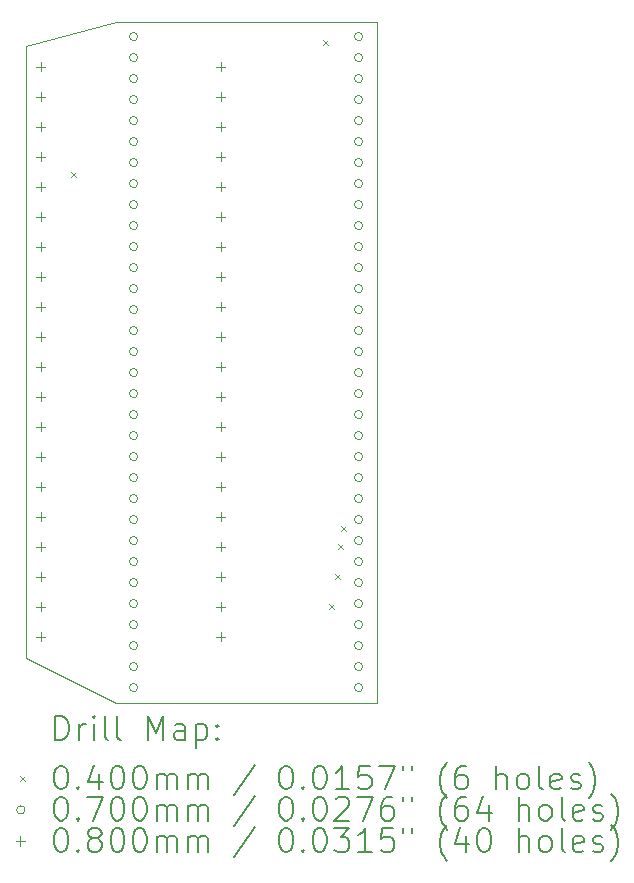
<source format=gbr>
%FSLAX45Y45*%
G04 Gerber Fmt 4.5, Leading zero omitted, Abs format (unit mm)*
G04 Created by KiCad (PCBNEW (6.0.0)) date 2023-01-29 20:40:08*
%MOMM*%
%LPD*%
G01*
G04 APERTURE LIST*
%TA.AperFunction,Profile*%
%ADD10C,0.100000*%
%TD*%
%ADD11C,0.200000*%
%ADD12C,0.040000*%
%ADD13C,0.070000*%
%ADD14C,0.080000*%
G04 APERTURE END LIST*
D10*
X12192000Y-4902200D02*
X14401800Y-4902200D01*
X11430000Y-10287000D02*
X11430000Y-5105400D01*
X14401800Y-10668000D02*
X12192000Y-10668000D01*
X11430000Y-5105400D02*
X12192000Y-4902200D01*
X12192000Y-10668000D02*
X11430000Y-10287000D01*
X14401800Y-4902200D02*
X14401800Y-10668000D01*
D11*
D12*
X11816400Y-6177600D02*
X11856400Y-6217600D01*
X11856400Y-6177600D02*
X11816400Y-6217600D01*
X13950000Y-5060000D02*
X13990000Y-5100000D01*
X13990000Y-5060000D02*
X13950000Y-5100000D01*
X14000800Y-9835200D02*
X14040800Y-9875200D01*
X14040800Y-9835200D02*
X14000800Y-9875200D01*
X14051600Y-9581200D02*
X14091600Y-9621200D01*
X14091600Y-9581200D02*
X14051600Y-9621200D01*
X14077000Y-9327200D02*
X14117000Y-9367200D01*
X14117000Y-9327200D02*
X14077000Y-9367200D01*
X14102400Y-9174800D02*
X14142400Y-9214800D01*
X14142400Y-9174800D02*
X14102400Y-9214800D01*
D13*
X12379400Y-5029200D02*
G75*
G03*
X12379400Y-5029200I-35000J0D01*
G01*
X12379400Y-5207000D02*
G75*
G03*
X12379400Y-5207000I-35000J0D01*
G01*
X12379400Y-5384800D02*
G75*
G03*
X12379400Y-5384800I-35000J0D01*
G01*
X12379400Y-5562600D02*
G75*
G03*
X12379400Y-5562600I-35000J0D01*
G01*
X12379400Y-5740400D02*
G75*
G03*
X12379400Y-5740400I-35000J0D01*
G01*
X12379400Y-5918200D02*
G75*
G03*
X12379400Y-5918200I-35000J0D01*
G01*
X12379400Y-6096000D02*
G75*
G03*
X12379400Y-6096000I-35000J0D01*
G01*
X12379400Y-6273800D02*
G75*
G03*
X12379400Y-6273800I-35000J0D01*
G01*
X12379400Y-6451600D02*
G75*
G03*
X12379400Y-6451600I-35000J0D01*
G01*
X12379400Y-6629400D02*
G75*
G03*
X12379400Y-6629400I-35000J0D01*
G01*
X12379400Y-6807200D02*
G75*
G03*
X12379400Y-6807200I-35000J0D01*
G01*
X12379400Y-6985000D02*
G75*
G03*
X12379400Y-6985000I-35000J0D01*
G01*
X12379400Y-7162800D02*
G75*
G03*
X12379400Y-7162800I-35000J0D01*
G01*
X12379400Y-7340600D02*
G75*
G03*
X12379400Y-7340600I-35000J0D01*
G01*
X12379400Y-7518400D02*
G75*
G03*
X12379400Y-7518400I-35000J0D01*
G01*
X12379400Y-7696200D02*
G75*
G03*
X12379400Y-7696200I-35000J0D01*
G01*
X12379400Y-7874000D02*
G75*
G03*
X12379400Y-7874000I-35000J0D01*
G01*
X12379400Y-8051800D02*
G75*
G03*
X12379400Y-8051800I-35000J0D01*
G01*
X12379400Y-8229600D02*
G75*
G03*
X12379400Y-8229600I-35000J0D01*
G01*
X12379400Y-8407400D02*
G75*
G03*
X12379400Y-8407400I-35000J0D01*
G01*
X12379400Y-8585200D02*
G75*
G03*
X12379400Y-8585200I-35000J0D01*
G01*
X12379400Y-8763000D02*
G75*
G03*
X12379400Y-8763000I-35000J0D01*
G01*
X12379400Y-8940800D02*
G75*
G03*
X12379400Y-8940800I-35000J0D01*
G01*
X12379400Y-9118600D02*
G75*
G03*
X12379400Y-9118600I-35000J0D01*
G01*
X12379400Y-9296400D02*
G75*
G03*
X12379400Y-9296400I-35000J0D01*
G01*
X12379400Y-9474200D02*
G75*
G03*
X12379400Y-9474200I-35000J0D01*
G01*
X12379400Y-9652000D02*
G75*
G03*
X12379400Y-9652000I-35000J0D01*
G01*
X12379400Y-9829800D02*
G75*
G03*
X12379400Y-9829800I-35000J0D01*
G01*
X12379400Y-10007600D02*
G75*
G03*
X12379400Y-10007600I-35000J0D01*
G01*
X12379400Y-10185400D02*
G75*
G03*
X12379400Y-10185400I-35000J0D01*
G01*
X12379400Y-10363200D02*
G75*
G03*
X12379400Y-10363200I-35000J0D01*
G01*
X12379400Y-10541000D02*
G75*
G03*
X12379400Y-10541000I-35000J0D01*
G01*
X14284400Y-5029200D02*
G75*
G03*
X14284400Y-5029200I-35000J0D01*
G01*
X14284400Y-5207000D02*
G75*
G03*
X14284400Y-5207000I-35000J0D01*
G01*
X14284400Y-5384800D02*
G75*
G03*
X14284400Y-5384800I-35000J0D01*
G01*
X14284400Y-5562600D02*
G75*
G03*
X14284400Y-5562600I-35000J0D01*
G01*
X14284400Y-5740400D02*
G75*
G03*
X14284400Y-5740400I-35000J0D01*
G01*
X14284400Y-5918200D02*
G75*
G03*
X14284400Y-5918200I-35000J0D01*
G01*
X14284400Y-6096000D02*
G75*
G03*
X14284400Y-6096000I-35000J0D01*
G01*
X14284400Y-6273800D02*
G75*
G03*
X14284400Y-6273800I-35000J0D01*
G01*
X14284400Y-6451600D02*
G75*
G03*
X14284400Y-6451600I-35000J0D01*
G01*
X14284400Y-6629400D02*
G75*
G03*
X14284400Y-6629400I-35000J0D01*
G01*
X14284400Y-6807200D02*
G75*
G03*
X14284400Y-6807200I-35000J0D01*
G01*
X14284400Y-6985000D02*
G75*
G03*
X14284400Y-6985000I-35000J0D01*
G01*
X14284400Y-7162800D02*
G75*
G03*
X14284400Y-7162800I-35000J0D01*
G01*
X14284400Y-7340600D02*
G75*
G03*
X14284400Y-7340600I-35000J0D01*
G01*
X14284400Y-7518400D02*
G75*
G03*
X14284400Y-7518400I-35000J0D01*
G01*
X14284400Y-7696200D02*
G75*
G03*
X14284400Y-7696200I-35000J0D01*
G01*
X14284400Y-7874000D02*
G75*
G03*
X14284400Y-7874000I-35000J0D01*
G01*
X14284400Y-8051800D02*
G75*
G03*
X14284400Y-8051800I-35000J0D01*
G01*
X14284400Y-8229600D02*
G75*
G03*
X14284400Y-8229600I-35000J0D01*
G01*
X14284400Y-8407400D02*
G75*
G03*
X14284400Y-8407400I-35000J0D01*
G01*
X14284400Y-8585200D02*
G75*
G03*
X14284400Y-8585200I-35000J0D01*
G01*
X14284400Y-8763000D02*
G75*
G03*
X14284400Y-8763000I-35000J0D01*
G01*
X14284400Y-8940800D02*
G75*
G03*
X14284400Y-8940800I-35000J0D01*
G01*
X14284400Y-9118600D02*
G75*
G03*
X14284400Y-9118600I-35000J0D01*
G01*
X14284400Y-9296400D02*
G75*
G03*
X14284400Y-9296400I-35000J0D01*
G01*
X14284400Y-9474200D02*
G75*
G03*
X14284400Y-9474200I-35000J0D01*
G01*
X14284400Y-9652000D02*
G75*
G03*
X14284400Y-9652000I-35000J0D01*
G01*
X14284400Y-9829800D02*
G75*
G03*
X14284400Y-9829800I-35000J0D01*
G01*
X14284400Y-10007600D02*
G75*
G03*
X14284400Y-10007600I-35000J0D01*
G01*
X14284400Y-10185400D02*
G75*
G03*
X14284400Y-10185400I-35000J0D01*
G01*
X14284400Y-10363200D02*
G75*
G03*
X14284400Y-10363200I-35000J0D01*
G01*
X14284400Y-10541000D02*
G75*
G03*
X14284400Y-10541000I-35000J0D01*
G01*
D14*
X11556500Y-5243700D02*
X11556500Y-5323700D01*
X11516500Y-5283700D02*
X11596500Y-5283700D01*
X11556500Y-5497700D02*
X11556500Y-5577700D01*
X11516500Y-5537700D02*
X11596500Y-5537700D01*
X11556500Y-5751700D02*
X11556500Y-5831700D01*
X11516500Y-5791700D02*
X11596500Y-5791700D01*
X11556500Y-6005700D02*
X11556500Y-6085700D01*
X11516500Y-6045700D02*
X11596500Y-6045700D01*
X11556500Y-6259700D02*
X11556500Y-6339700D01*
X11516500Y-6299700D02*
X11596500Y-6299700D01*
X11556500Y-6513700D02*
X11556500Y-6593700D01*
X11516500Y-6553700D02*
X11596500Y-6553700D01*
X11556500Y-6767700D02*
X11556500Y-6847700D01*
X11516500Y-6807700D02*
X11596500Y-6807700D01*
X11556500Y-7021700D02*
X11556500Y-7101700D01*
X11516500Y-7061700D02*
X11596500Y-7061700D01*
X11556500Y-7275700D02*
X11556500Y-7355700D01*
X11516500Y-7315700D02*
X11596500Y-7315700D01*
X11556500Y-7529700D02*
X11556500Y-7609700D01*
X11516500Y-7569700D02*
X11596500Y-7569700D01*
X11556500Y-7783700D02*
X11556500Y-7863700D01*
X11516500Y-7823700D02*
X11596500Y-7823700D01*
X11556500Y-8037700D02*
X11556500Y-8117700D01*
X11516500Y-8077700D02*
X11596500Y-8077700D01*
X11556500Y-8291700D02*
X11556500Y-8371700D01*
X11516500Y-8331700D02*
X11596500Y-8331700D01*
X11556500Y-8545700D02*
X11556500Y-8625700D01*
X11516500Y-8585700D02*
X11596500Y-8585700D01*
X11556500Y-8799700D02*
X11556500Y-8879700D01*
X11516500Y-8839700D02*
X11596500Y-8839700D01*
X11556500Y-9053700D02*
X11556500Y-9133700D01*
X11516500Y-9093700D02*
X11596500Y-9093700D01*
X11556500Y-9307700D02*
X11556500Y-9387700D01*
X11516500Y-9347700D02*
X11596500Y-9347700D01*
X11556500Y-9561700D02*
X11556500Y-9641700D01*
X11516500Y-9601700D02*
X11596500Y-9601700D01*
X11556500Y-9815700D02*
X11556500Y-9895700D01*
X11516500Y-9855700D02*
X11596500Y-9855700D01*
X11556500Y-10069700D02*
X11556500Y-10149700D01*
X11516500Y-10109700D02*
X11596500Y-10109700D01*
X13080500Y-5243700D02*
X13080500Y-5323700D01*
X13040500Y-5283700D02*
X13120500Y-5283700D01*
X13080500Y-5497700D02*
X13080500Y-5577700D01*
X13040500Y-5537700D02*
X13120500Y-5537700D01*
X13080500Y-5751700D02*
X13080500Y-5831700D01*
X13040500Y-5791700D02*
X13120500Y-5791700D01*
X13080500Y-6005700D02*
X13080500Y-6085700D01*
X13040500Y-6045700D02*
X13120500Y-6045700D01*
X13080500Y-6259700D02*
X13080500Y-6339700D01*
X13040500Y-6299700D02*
X13120500Y-6299700D01*
X13080500Y-6513700D02*
X13080500Y-6593700D01*
X13040500Y-6553700D02*
X13120500Y-6553700D01*
X13080500Y-6767700D02*
X13080500Y-6847700D01*
X13040500Y-6807700D02*
X13120500Y-6807700D01*
X13080500Y-7021700D02*
X13080500Y-7101700D01*
X13040500Y-7061700D02*
X13120500Y-7061700D01*
X13080500Y-7275700D02*
X13080500Y-7355700D01*
X13040500Y-7315700D02*
X13120500Y-7315700D01*
X13080500Y-7529700D02*
X13080500Y-7609700D01*
X13040500Y-7569700D02*
X13120500Y-7569700D01*
X13080500Y-7783700D02*
X13080500Y-7863700D01*
X13040500Y-7823700D02*
X13120500Y-7823700D01*
X13080500Y-8037700D02*
X13080500Y-8117700D01*
X13040500Y-8077700D02*
X13120500Y-8077700D01*
X13080500Y-8291700D02*
X13080500Y-8371700D01*
X13040500Y-8331700D02*
X13120500Y-8331700D01*
X13080500Y-8545700D02*
X13080500Y-8625700D01*
X13040500Y-8585700D02*
X13120500Y-8585700D01*
X13080500Y-8799700D02*
X13080500Y-8879700D01*
X13040500Y-8839700D02*
X13120500Y-8839700D01*
X13080500Y-9053700D02*
X13080500Y-9133700D01*
X13040500Y-9093700D02*
X13120500Y-9093700D01*
X13080500Y-9307700D02*
X13080500Y-9387700D01*
X13040500Y-9347700D02*
X13120500Y-9347700D01*
X13080500Y-9561700D02*
X13080500Y-9641700D01*
X13040500Y-9601700D02*
X13120500Y-9601700D01*
X13080500Y-9815700D02*
X13080500Y-9895700D01*
X13040500Y-9855700D02*
X13120500Y-9855700D01*
X13080500Y-10069700D02*
X13080500Y-10149700D01*
X13040500Y-10109700D02*
X13120500Y-10109700D01*
D11*
X11682619Y-10983476D02*
X11682619Y-10783476D01*
X11730238Y-10783476D01*
X11758809Y-10793000D01*
X11777857Y-10812048D01*
X11787381Y-10831095D01*
X11796905Y-10869190D01*
X11796905Y-10897762D01*
X11787381Y-10935857D01*
X11777857Y-10954905D01*
X11758809Y-10973952D01*
X11730238Y-10983476D01*
X11682619Y-10983476D01*
X11882619Y-10983476D02*
X11882619Y-10850143D01*
X11882619Y-10888238D02*
X11892143Y-10869190D01*
X11901667Y-10859667D01*
X11920714Y-10850143D01*
X11939762Y-10850143D01*
X12006428Y-10983476D02*
X12006428Y-10850143D01*
X12006428Y-10783476D02*
X11996905Y-10793000D01*
X12006428Y-10802524D01*
X12015952Y-10793000D01*
X12006428Y-10783476D01*
X12006428Y-10802524D01*
X12130238Y-10983476D02*
X12111190Y-10973952D01*
X12101667Y-10954905D01*
X12101667Y-10783476D01*
X12235000Y-10983476D02*
X12215952Y-10973952D01*
X12206428Y-10954905D01*
X12206428Y-10783476D01*
X12463571Y-10983476D02*
X12463571Y-10783476D01*
X12530238Y-10926333D01*
X12596905Y-10783476D01*
X12596905Y-10983476D01*
X12777857Y-10983476D02*
X12777857Y-10878714D01*
X12768333Y-10859667D01*
X12749286Y-10850143D01*
X12711190Y-10850143D01*
X12692143Y-10859667D01*
X12777857Y-10973952D02*
X12758809Y-10983476D01*
X12711190Y-10983476D01*
X12692143Y-10973952D01*
X12682619Y-10954905D01*
X12682619Y-10935857D01*
X12692143Y-10916810D01*
X12711190Y-10907286D01*
X12758809Y-10907286D01*
X12777857Y-10897762D01*
X12873095Y-10850143D02*
X12873095Y-11050143D01*
X12873095Y-10859667D02*
X12892143Y-10850143D01*
X12930238Y-10850143D01*
X12949286Y-10859667D01*
X12958809Y-10869190D01*
X12968333Y-10888238D01*
X12968333Y-10945381D01*
X12958809Y-10964429D01*
X12949286Y-10973952D01*
X12930238Y-10983476D01*
X12892143Y-10983476D01*
X12873095Y-10973952D01*
X13054048Y-10964429D02*
X13063571Y-10973952D01*
X13054048Y-10983476D01*
X13044524Y-10973952D01*
X13054048Y-10964429D01*
X13054048Y-10983476D01*
X13054048Y-10859667D02*
X13063571Y-10869190D01*
X13054048Y-10878714D01*
X13044524Y-10869190D01*
X13054048Y-10859667D01*
X13054048Y-10878714D01*
D12*
X11385000Y-11293000D02*
X11425000Y-11333000D01*
X11425000Y-11293000D02*
X11385000Y-11333000D01*
D11*
X11720714Y-11203476D02*
X11739762Y-11203476D01*
X11758809Y-11213000D01*
X11768333Y-11222524D01*
X11777857Y-11241571D01*
X11787381Y-11279667D01*
X11787381Y-11327286D01*
X11777857Y-11365381D01*
X11768333Y-11384428D01*
X11758809Y-11393952D01*
X11739762Y-11403476D01*
X11720714Y-11403476D01*
X11701667Y-11393952D01*
X11692143Y-11384428D01*
X11682619Y-11365381D01*
X11673095Y-11327286D01*
X11673095Y-11279667D01*
X11682619Y-11241571D01*
X11692143Y-11222524D01*
X11701667Y-11213000D01*
X11720714Y-11203476D01*
X11873095Y-11384428D02*
X11882619Y-11393952D01*
X11873095Y-11403476D01*
X11863571Y-11393952D01*
X11873095Y-11384428D01*
X11873095Y-11403476D01*
X12054048Y-11270143D02*
X12054048Y-11403476D01*
X12006428Y-11193952D02*
X11958809Y-11336809D01*
X12082619Y-11336809D01*
X12196905Y-11203476D02*
X12215952Y-11203476D01*
X12235000Y-11213000D01*
X12244524Y-11222524D01*
X12254048Y-11241571D01*
X12263571Y-11279667D01*
X12263571Y-11327286D01*
X12254048Y-11365381D01*
X12244524Y-11384428D01*
X12235000Y-11393952D01*
X12215952Y-11403476D01*
X12196905Y-11403476D01*
X12177857Y-11393952D01*
X12168333Y-11384428D01*
X12158809Y-11365381D01*
X12149286Y-11327286D01*
X12149286Y-11279667D01*
X12158809Y-11241571D01*
X12168333Y-11222524D01*
X12177857Y-11213000D01*
X12196905Y-11203476D01*
X12387381Y-11203476D02*
X12406428Y-11203476D01*
X12425476Y-11213000D01*
X12435000Y-11222524D01*
X12444524Y-11241571D01*
X12454048Y-11279667D01*
X12454048Y-11327286D01*
X12444524Y-11365381D01*
X12435000Y-11384428D01*
X12425476Y-11393952D01*
X12406428Y-11403476D01*
X12387381Y-11403476D01*
X12368333Y-11393952D01*
X12358809Y-11384428D01*
X12349286Y-11365381D01*
X12339762Y-11327286D01*
X12339762Y-11279667D01*
X12349286Y-11241571D01*
X12358809Y-11222524D01*
X12368333Y-11213000D01*
X12387381Y-11203476D01*
X12539762Y-11403476D02*
X12539762Y-11270143D01*
X12539762Y-11289190D02*
X12549286Y-11279667D01*
X12568333Y-11270143D01*
X12596905Y-11270143D01*
X12615952Y-11279667D01*
X12625476Y-11298714D01*
X12625476Y-11403476D01*
X12625476Y-11298714D02*
X12635000Y-11279667D01*
X12654048Y-11270143D01*
X12682619Y-11270143D01*
X12701667Y-11279667D01*
X12711190Y-11298714D01*
X12711190Y-11403476D01*
X12806428Y-11403476D02*
X12806428Y-11270143D01*
X12806428Y-11289190D02*
X12815952Y-11279667D01*
X12835000Y-11270143D01*
X12863571Y-11270143D01*
X12882619Y-11279667D01*
X12892143Y-11298714D01*
X12892143Y-11403476D01*
X12892143Y-11298714D02*
X12901667Y-11279667D01*
X12920714Y-11270143D01*
X12949286Y-11270143D01*
X12968333Y-11279667D01*
X12977857Y-11298714D01*
X12977857Y-11403476D01*
X13368333Y-11193952D02*
X13196905Y-11451095D01*
X13625476Y-11203476D02*
X13644524Y-11203476D01*
X13663571Y-11213000D01*
X13673095Y-11222524D01*
X13682619Y-11241571D01*
X13692143Y-11279667D01*
X13692143Y-11327286D01*
X13682619Y-11365381D01*
X13673095Y-11384428D01*
X13663571Y-11393952D01*
X13644524Y-11403476D01*
X13625476Y-11403476D01*
X13606428Y-11393952D01*
X13596905Y-11384428D01*
X13587381Y-11365381D01*
X13577857Y-11327286D01*
X13577857Y-11279667D01*
X13587381Y-11241571D01*
X13596905Y-11222524D01*
X13606428Y-11213000D01*
X13625476Y-11203476D01*
X13777857Y-11384428D02*
X13787381Y-11393952D01*
X13777857Y-11403476D01*
X13768333Y-11393952D01*
X13777857Y-11384428D01*
X13777857Y-11403476D01*
X13911190Y-11203476D02*
X13930238Y-11203476D01*
X13949286Y-11213000D01*
X13958809Y-11222524D01*
X13968333Y-11241571D01*
X13977857Y-11279667D01*
X13977857Y-11327286D01*
X13968333Y-11365381D01*
X13958809Y-11384428D01*
X13949286Y-11393952D01*
X13930238Y-11403476D01*
X13911190Y-11403476D01*
X13892143Y-11393952D01*
X13882619Y-11384428D01*
X13873095Y-11365381D01*
X13863571Y-11327286D01*
X13863571Y-11279667D01*
X13873095Y-11241571D01*
X13882619Y-11222524D01*
X13892143Y-11213000D01*
X13911190Y-11203476D01*
X14168333Y-11403476D02*
X14054048Y-11403476D01*
X14111190Y-11403476D02*
X14111190Y-11203476D01*
X14092143Y-11232048D01*
X14073095Y-11251095D01*
X14054048Y-11260619D01*
X14349286Y-11203476D02*
X14254048Y-11203476D01*
X14244524Y-11298714D01*
X14254048Y-11289190D01*
X14273095Y-11279667D01*
X14320714Y-11279667D01*
X14339762Y-11289190D01*
X14349286Y-11298714D01*
X14358809Y-11317762D01*
X14358809Y-11365381D01*
X14349286Y-11384428D01*
X14339762Y-11393952D01*
X14320714Y-11403476D01*
X14273095Y-11403476D01*
X14254048Y-11393952D01*
X14244524Y-11384428D01*
X14425476Y-11203476D02*
X14558809Y-11203476D01*
X14473095Y-11403476D01*
X14625476Y-11203476D02*
X14625476Y-11241571D01*
X14701667Y-11203476D02*
X14701667Y-11241571D01*
X14996905Y-11479667D02*
X14987381Y-11470143D01*
X14968333Y-11441571D01*
X14958809Y-11422524D01*
X14949286Y-11393952D01*
X14939762Y-11346333D01*
X14939762Y-11308238D01*
X14949286Y-11260619D01*
X14958809Y-11232048D01*
X14968333Y-11213000D01*
X14987381Y-11184429D01*
X14996905Y-11174905D01*
X15158809Y-11203476D02*
X15120714Y-11203476D01*
X15101667Y-11213000D01*
X15092143Y-11222524D01*
X15073095Y-11251095D01*
X15063571Y-11289190D01*
X15063571Y-11365381D01*
X15073095Y-11384428D01*
X15082619Y-11393952D01*
X15101667Y-11403476D01*
X15139762Y-11403476D01*
X15158809Y-11393952D01*
X15168333Y-11384428D01*
X15177857Y-11365381D01*
X15177857Y-11317762D01*
X15168333Y-11298714D01*
X15158809Y-11289190D01*
X15139762Y-11279667D01*
X15101667Y-11279667D01*
X15082619Y-11289190D01*
X15073095Y-11298714D01*
X15063571Y-11317762D01*
X15415952Y-11403476D02*
X15415952Y-11203476D01*
X15501667Y-11403476D02*
X15501667Y-11298714D01*
X15492143Y-11279667D01*
X15473095Y-11270143D01*
X15444524Y-11270143D01*
X15425476Y-11279667D01*
X15415952Y-11289190D01*
X15625476Y-11403476D02*
X15606428Y-11393952D01*
X15596905Y-11384428D01*
X15587381Y-11365381D01*
X15587381Y-11308238D01*
X15596905Y-11289190D01*
X15606428Y-11279667D01*
X15625476Y-11270143D01*
X15654048Y-11270143D01*
X15673095Y-11279667D01*
X15682619Y-11289190D01*
X15692143Y-11308238D01*
X15692143Y-11365381D01*
X15682619Y-11384428D01*
X15673095Y-11393952D01*
X15654048Y-11403476D01*
X15625476Y-11403476D01*
X15806428Y-11403476D02*
X15787381Y-11393952D01*
X15777857Y-11374905D01*
X15777857Y-11203476D01*
X15958809Y-11393952D02*
X15939762Y-11403476D01*
X15901667Y-11403476D01*
X15882619Y-11393952D01*
X15873095Y-11374905D01*
X15873095Y-11298714D01*
X15882619Y-11279667D01*
X15901667Y-11270143D01*
X15939762Y-11270143D01*
X15958809Y-11279667D01*
X15968333Y-11298714D01*
X15968333Y-11317762D01*
X15873095Y-11336809D01*
X16044524Y-11393952D02*
X16063571Y-11403476D01*
X16101667Y-11403476D01*
X16120714Y-11393952D01*
X16130238Y-11374905D01*
X16130238Y-11365381D01*
X16120714Y-11346333D01*
X16101667Y-11336809D01*
X16073095Y-11336809D01*
X16054048Y-11327286D01*
X16044524Y-11308238D01*
X16044524Y-11298714D01*
X16054048Y-11279667D01*
X16073095Y-11270143D01*
X16101667Y-11270143D01*
X16120714Y-11279667D01*
X16196905Y-11479667D02*
X16206428Y-11470143D01*
X16225476Y-11441571D01*
X16235000Y-11422524D01*
X16244524Y-11393952D01*
X16254048Y-11346333D01*
X16254048Y-11308238D01*
X16244524Y-11260619D01*
X16235000Y-11232048D01*
X16225476Y-11213000D01*
X16206428Y-11184429D01*
X16196905Y-11174905D01*
D13*
X11425000Y-11577000D02*
G75*
G03*
X11425000Y-11577000I-35000J0D01*
G01*
D11*
X11720714Y-11467476D02*
X11739762Y-11467476D01*
X11758809Y-11477000D01*
X11768333Y-11486524D01*
X11777857Y-11505571D01*
X11787381Y-11543667D01*
X11787381Y-11591286D01*
X11777857Y-11629381D01*
X11768333Y-11648428D01*
X11758809Y-11657952D01*
X11739762Y-11667476D01*
X11720714Y-11667476D01*
X11701667Y-11657952D01*
X11692143Y-11648428D01*
X11682619Y-11629381D01*
X11673095Y-11591286D01*
X11673095Y-11543667D01*
X11682619Y-11505571D01*
X11692143Y-11486524D01*
X11701667Y-11477000D01*
X11720714Y-11467476D01*
X11873095Y-11648428D02*
X11882619Y-11657952D01*
X11873095Y-11667476D01*
X11863571Y-11657952D01*
X11873095Y-11648428D01*
X11873095Y-11667476D01*
X11949286Y-11467476D02*
X12082619Y-11467476D01*
X11996905Y-11667476D01*
X12196905Y-11467476D02*
X12215952Y-11467476D01*
X12235000Y-11477000D01*
X12244524Y-11486524D01*
X12254048Y-11505571D01*
X12263571Y-11543667D01*
X12263571Y-11591286D01*
X12254048Y-11629381D01*
X12244524Y-11648428D01*
X12235000Y-11657952D01*
X12215952Y-11667476D01*
X12196905Y-11667476D01*
X12177857Y-11657952D01*
X12168333Y-11648428D01*
X12158809Y-11629381D01*
X12149286Y-11591286D01*
X12149286Y-11543667D01*
X12158809Y-11505571D01*
X12168333Y-11486524D01*
X12177857Y-11477000D01*
X12196905Y-11467476D01*
X12387381Y-11467476D02*
X12406428Y-11467476D01*
X12425476Y-11477000D01*
X12435000Y-11486524D01*
X12444524Y-11505571D01*
X12454048Y-11543667D01*
X12454048Y-11591286D01*
X12444524Y-11629381D01*
X12435000Y-11648428D01*
X12425476Y-11657952D01*
X12406428Y-11667476D01*
X12387381Y-11667476D01*
X12368333Y-11657952D01*
X12358809Y-11648428D01*
X12349286Y-11629381D01*
X12339762Y-11591286D01*
X12339762Y-11543667D01*
X12349286Y-11505571D01*
X12358809Y-11486524D01*
X12368333Y-11477000D01*
X12387381Y-11467476D01*
X12539762Y-11667476D02*
X12539762Y-11534143D01*
X12539762Y-11553190D02*
X12549286Y-11543667D01*
X12568333Y-11534143D01*
X12596905Y-11534143D01*
X12615952Y-11543667D01*
X12625476Y-11562714D01*
X12625476Y-11667476D01*
X12625476Y-11562714D02*
X12635000Y-11543667D01*
X12654048Y-11534143D01*
X12682619Y-11534143D01*
X12701667Y-11543667D01*
X12711190Y-11562714D01*
X12711190Y-11667476D01*
X12806428Y-11667476D02*
X12806428Y-11534143D01*
X12806428Y-11553190D02*
X12815952Y-11543667D01*
X12835000Y-11534143D01*
X12863571Y-11534143D01*
X12882619Y-11543667D01*
X12892143Y-11562714D01*
X12892143Y-11667476D01*
X12892143Y-11562714D02*
X12901667Y-11543667D01*
X12920714Y-11534143D01*
X12949286Y-11534143D01*
X12968333Y-11543667D01*
X12977857Y-11562714D01*
X12977857Y-11667476D01*
X13368333Y-11457952D02*
X13196905Y-11715095D01*
X13625476Y-11467476D02*
X13644524Y-11467476D01*
X13663571Y-11477000D01*
X13673095Y-11486524D01*
X13682619Y-11505571D01*
X13692143Y-11543667D01*
X13692143Y-11591286D01*
X13682619Y-11629381D01*
X13673095Y-11648428D01*
X13663571Y-11657952D01*
X13644524Y-11667476D01*
X13625476Y-11667476D01*
X13606428Y-11657952D01*
X13596905Y-11648428D01*
X13587381Y-11629381D01*
X13577857Y-11591286D01*
X13577857Y-11543667D01*
X13587381Y-11505571D01*
X13596905Y-11486524D01*
X13606428Y-11477000D01*
X13625476Y-11467476D01*
X13777857Y-11648428D02*
X13787381Y-11657952D01*
X13777857Y-11667476D01*
X13768333Y-11657952D01*
X13777857Y-11648428D01*
X13777857Y-11667476D01*
X13911190Y-11467476D02*
X13930238Y-11467476D01*
X13949286Y-11477000D01*
X13958809Y-11486524D01*
X13968333Y-11505571D01*
X13977857Y-11543667D01*
X13977857Y-11591286D01*
X13968333Y-11629381D01*
X13958809Y-11648428D01*
X13949286Y-11657952D01*
X13930238Y-11667476D01*
X13911190Y-11667476D01*
X13892143Y-11657952D01*
X13882619Y-11648428D01*
X13873095Y-11629381D01*
X13863571Y-11591286D01*
X13863571Y-11543667D01*
X13873095Y-11505571D01*
X13882619Y-11486524D01*
X13892143Y-11477000D01*
X13911190Y-11467476D01*
X14054048Y-11486524D02*
X14063571Y-11477000D01*
X14082619Y-11467476D01*
X14130238Y-11467476D01*
X14149286Y-11477000D01*
X14158809Y-11486524D01*
X14168333Y-11505571D01*
X14168333Y-11524619D01*
X14158809Y-11553190D01*
X14044524Y-11667476D01*
X14168333Y-11667476D01*
X14235000Y-11467476D02*
X14368333Y-11467476D01*
X14282619Y-11667476D01*
X14530238Y-11467476D02*
X14492143Y-11467476D01*
X14473095Y-11477000D01*
X14463571Y-11486524D01*
X14444524Y-11515095D01*
X14435000Y-11553190D01*
X14435000Y-11629381D01*
X14444524Y-11648428D01*
X14454048Y-11657952D01*
X14473095Y-11667476D01*
X14511190Y-11667476D01*
X14530238Y-11657952D01*
X14539762Y-11648428D01*
X14549286Y-11629381D01*
X14549286Y-11581762D01*
X14539762Y-11562714D01*
X14530238Y-11553190D01*
X14511190Y-11543667D01*
X14473095Y-11543667D01*
X14454048Y-11553190D01*
X14444524Y-11562714D01*
X14435000Y-11581762D01*
X14625476Y-11467476D02*
X14625476Y-11505571D01*
X14701667Y-11467476D02*
X14701667Y-11505571D01*
X14996905Y-11743667D02*
X14987381Y-11734143D01*
X14968333Y-11705571D01*
X14958809Y-11686524D01*
X14949286Y-11657952D01*
X14939762Y-11610333D01*
X14939762Y-11572238D01*
X14949286Y-11524619D01*
X14958809Y-11496048D01*
X14968333Y-11477000D01*
X14987381Y-11448428D01*
X14996905Y-11438905D01*
X15158809Y-11467476D02*
X15120714Y-11467476D01*
X15101667Y-11477000D01*
X15092143Y-11486524D01*
X15073095Y-11515095D01*
X15063571Y-11553190D01*
X15063571Y-11629381D01*
X15073095Y-11648428D01*
X15082619Y-11657952D01*
X15101667Y-11667476D01*
X15139762Y-11667476D01*
X15158809Y-11657952D01*
X15168333Y-11648428D01*
X15177857Y-11629381D01*
X15177857Y-11581762D01*
X15168333Y-11562714D01*
X15158809Y-11553190D01*
X15139762Y-11543667D01*
X15101667Y-11543667D01*
X15082619Y-11553190D01*
X15073095Y-11562714D01*
X15063571Y-11581762D01*
X15349286Y-11534143D02*
X15349286Y-11667476D01*
X15301667Y-11457952D02*
X15254048Y-11600809D01*
X15377857Y-11600809D01*
X15606428Y-11667476D02*
X15606428Y-11467476D01*
X15692143Y-11667476D02*
X15692143Y-11562714D01*
X15682619Y-11543667D01*
X15663571Y-11534143D01*
X15635000Y-11534143D01*
X15615952Y-11543667D01*
X15606428Y-11553190D01*
X15815952Y-11667476D02*
X15796905Y-11657952D01*
X15787381Y-11648428D01*
X15777857Y-11629381D01*
X15777857Y-11572238D01*
X15787381Y-11553190D01*
X15796905Y-11543667D01*
X15815952Y-11534143D01*
X15844524Y-11534143D01*
X15863571Y-11543667D01*
X15873095Y-11553190D01*
X15882619Y-11572238D01*
X15882619Y-11629381D01*
X15873095Y-11648428D01*
X15863571Y-11657952D01*
X15844524Y-11667476D01*
X15815952Y-11667476D01*
X15996905Y-11667476D02*
X15977857Y-11657952D01*
X15968333Y-11638905D01*
X15968333Y-11467476D01*
X16149286Y-11657952D02*
X16130238Y-11667476D01*
X16092143Y-11667476D01*
X16073095Y-11657952D01*
X16063571Y-11638905D01*
X16063571Y-11562714D01*
X16073095Y-11543667D01*
X16092143Y-11534143D01*
X16130238Y-11534143D01*
X16149286Y-11543667D01*
X16158809Y-11562714D01*
X16158809Y-11581762D01*
X16063571Y-11600809D01*
X16235000Y-11657952D02*
X16254048Y-11667476D01*
X16292143Y-11667476D01*
X16311190Y-11657952D01*
X16320714Y-11638905D01*
X16320714Y-11629381D01*
X16311190Y-11610333D01*
X16292143Y-11600809D01*
X16263571Y-11600809D01*
X16244524Y-11591286D01*
X16235000Y-11572238D01*
X16235000Y-11562714D01*
X16244524Y-11543667D01*
X16263571Y-11534143D01*
X16292143Y-11534143D01*
X16311190Y-11543667D01*
X16387381Y-11743667D02*
X16396905Y-11734143D01*
X16415952Y-11705571D01*
X16425476Y-11686524D01*
X16435000Y-11657952D01*
X16444524Y-11610333D01*
X16444524Y-11572238D01*
X16435000Y-11524619D01*
X16425476Y-11496048D01*
X16415952Y-11477000D01*
X16396905Y-11448428D01*
X16387381Y-11438905D01*
D14*
X11385000Y-11801000D02*
X11385000Y-11881000D01*
X11345000Y-11841000D02*
X11425000Y-11841000D01*
D11*
X11720714Y-11731476D02*
X11739762Y-11731476D01*
X11758809Y-11741000D01*
X11768333Y-11750524D01*
X11777857Y-11769571D01*
X11787381Y-11807667D01*
X11787381Y-11855286D01*
X11777857Y-11893381D01*
X11768333Y-11912428D01*
X11758809Y-11921952D01*
X11739762Y-11931476D01*
X11720714Y-11931476D01*
X11701667Y-11921952D01*
X11692143Y-11912428D01*
X11682619Y-11893381D01*
X11673095Y-11855286D01*
X11673095Y-11807667D01*
X11682619Y-11769571D01*
X11692143Y-11750524D01*
X11701667Y-11741000D01*
X11720714Y-11731476D01*
X11873095Y-11912428D02*
X11882619Y-11921952D01*
X11873095Y-11931476D01*
X11863571Y-11921952D01*
X11873095Y-11912428D01*
X11873095Y-11931476D01*
X11996905Y-11817190D02*
X11977857Y-11807667D01*
X11968333Y-11798143D01*
X11958809Y-11779095D01*
X11958809Y-11769571D01*
X11968333Y-11750524D01*
X11977857Y-11741000D01*
X11996905Y-11731476D01*
X12035000Y-11731476D01*
X12054048Y-11741000D01*
X12063571Y-11750524D01*
X12073095Y-11769571D01*
X12073095Y-11779095D01*
X12063571Y-11798143D01*
X12054048Y-11807667D01*
X12035000Y-11817190D01*
X11996905Y-11817190D01*
X11977857Y-11826714D01*
X11968333Y-11836238D01*
X11958809Y-11855286D01*
X11958809Y-11893381D01*
X11968333Y-11912428D01*
X11977857Y-11921952D01*
X11996905Y-11931476D01*
X12035000Y-11931476D01*
X12054048Y-11921952D01*
X12063571Y-11912428D01*
X12073095Y-11893381D01*
X12073095Y-11855286D01*
X12063571Y-11836238D01*
X12054048Y-11826714D01*
X12035000Y-11817190D01*
X12196905Y-11731476D02*
X12215952Y-11731476D01*
X12235000Y-11741000D01*
X12244524Y-11750524D01*
X12254048Y-11769571D01*
X12263571Y-11807667D01*
X12263571Y-11855286D01*
X12254048Y-11893381D01*
X12244524Y-11912428D01*
X12235000Y-11921952D01*
X12215952Y-11931476D01*
X12196905Y-11931476D01*
X12177857Y-11921952D01*
X12168333Y-11912428D01*
X12158809Y-11893381D01*
X12149286Y-11855286D01*
X12149286Y-11807667D01*
X12158809Y-11769571D01*
X12168333Y-11750524D01*
X12177857Y-11741000D01*
X12196905Y-11731476D01*
X12387381Y-11731476D02*
X12406428Y-11731476D01*
X12425476Y-11741000D01*
X12435000Y-11750524D01*
X12444524Y-11769571D01*
X12454048Y-11807667D01*
X12454048Y-11855286D01*
X12444524Y-11893381D01*
X12435000Y-11912428D01*
X12425476Y-11921952D01*
X12406428Y-11931476D01*
X12387381Y-11931476D01*
X12368333Y-11921952D01*
X12358809Y-11912428D01*
X12349286Y-11893381D01*
X12339762Y-11855286D01*
X12339762Y-11807667D01*
X12349286Y-11769571D01*
X12358809Y-11750524D01*
X12368333Y-11741000D01*
X12387381Y-11731476D01*
X12539762Y-11931476D02*
X12539762Y-11798143D01*
X12539762Y-11817190D02*
X12549286Y-11807667D01*
X12568333Y-11798143D01*
X12596905Y-11798143D01*
X12615952Y-11807667D01*
X12625476Y-11826714D01*
X12625476Y-11931476D01*
X12625476Y-11826714D02*
X12635000Y-11807667D01*
X12654048Y-11798143D01*
X12682619Y-11798143D01*
X12701667Y-11807667D01*
X12711190Y-11826714D01*
X12711190Y-11931476D01*
X12806428Y-11931476D02*
X12806428Y-11798143D01*
X12806428Y-11817190D02*
X12815952Y-11807667D01*
X12835000Y-11798143D01*
X12863571Y-11798143D01*
X12882619Y-11807667D01*
X12892143Y-11826714D01*
X12892143Y-11931476D01*
X12892143Y-11826714D02*
X12901667Y-11807667D01*
X12920714Y-11798143D01*
X12949286Y-11798143D01*
X12968333Y-11807667D01*
X12977857Y-11826714D01*
X12977857Y-11931476D01*
X13368333Y-11721952D02*
X13196905Y-11979095D01*
X13625476Y-11731476D02*
X13644524Y-11731476D01*
X13663571Y-11741000D01*
X13673095Y-11750524D01*
X13682619Y-11769571D01*
X13692143Y-11807667D01*
X13692143Y-11855286D01*
X13682619Y-11893381D01*
X13673095Y-11912428D01*
X13663571Y-11921952D01*
X13644524Y-11931476D01*
X13625476Y-11931476D01*
X13606428Y-11921952D01*
X13596905Y-11912428D01*
X13587381Y-11893381D01*
X13577857Y-11855286D01*
X13577857Y-11807667D01*
X13587381Y-11769571D01*
X13596905Y-11750524D01*
X13606428Y-11741000D01*
X13625476Y-11731476D01*
X13777857Y-11912428D02*
X13787381Y-11921952D01*
X13777857Y-11931476D01*
X13768333Y-11921952D01*
X13777857Y-11912428D01*
X13777857Y-11931476D01*
X13911190Y-11731476D02*
X13930238Y-11731476D01*
X13949286Y-11741000D01*
X13958809Y-11750524D01*
X13968333Y-11769571D01*
X13977857Y-11807667D01*
X13977857Y-11855286D01*
X13968333Y-11893381D01*
X13958809Y-11912428D01*
X13949286Y-11921952D01*
X13930238Y-11931476D01*
X13911190Y-11931476D01*
X13892143Y-11921952D01*
X13882619Y-11912428D01*
X13873095Y-11893381D01*
X13863571Y-11855286D01*
X13863571Y-11807667D01*
X13873095Y-11769571D01*
X13882619Y-11750524D01*
X13892143Y-11741000D01*
X13911190Y-11731476D01*
X14044524Y-11731476D02*
X14168333Y-11731476D01*
X14101667Y-11807667D01*
X14130238Y-11807667D01*
X14149286Y-11817190D01*
X14158809Y-11826714D01*
X14168333Y-11845762D01*
X14168333Y-11893381D01*
X14158809Y-11912428D01*
X14149286Y-11921952D01*
X14130238Y-11931476D01*
X14073095Y-11931476D01*
X14054048Y-11921952D01*
X14044524Y-11912428D01*
X14358809Y-11931476D02*
X14244524Y-11931476D01*
X14301667Y-11931476D02*
X14301667Y-11731476D01*
X14282619Y-11760048D01*
X14263571Y-11779095D01*
X14244524Y-11788619D01*
X14539762Y-11731476D02*
X14444524Y-11731476D01*
X14435000Y-11826714D01*
X14444524Y-11817190D01*
X14463571Y-11807667D01*
X14511190Y-11807667D01*
X14530238Y-11817190D01*
X14539762Y-11826714D01*
X14549286Y-11845762D01*
X14549286Y-11893381D01*
X14539762Y-11912428D01*
X14530238Y-11921952D01*
X14511190Y-11931476D01*
X14463571Y-11931476D01*
X14444524Y-11921952D01*
X14435000Y-11912428D01*
X14625476Y-11731476D02*
X14625476Y-11769571D01*
X14701667Y-11731476D02*
X14701667Y-11769571D01*
X14996905Y-12007667D02*
X14987381Y-11998143D01*
X14968333Y-11969571D01*
X14958809Y-11950524D01*
X14949286Y-11921952D01*
X14939762Y-11874333D01*
X14939762Y-11836238D01*
X14949286Y-11788619D01*
X14958809Y-11760048D01*
X14968333Y-11741000D01*
X14987381Y-11712428D01*
X14996905Y-11702905D01*
X15158809Y-11798143D02*
X15158809Y-11931476D01*
X15111190Y-11721952D02*
X15063571Y-11864809D01*
X15187381Y-11864809D01*
X15301667Y-11731476D02*
X15320714Y-11731476D01*
X15339762Y-11741000D01*
X15349286Y-11750524D01*
X15358809Y-11769571D01*
X15368333Y-11807667D01*
X15368333Y-11855286D01*
X15358809Y-11893381D01*
X15349286Y-11912428D01*
X15339762Y-11921952D01*
X15320714Y-11931476D01*
X15301667Y-11931476D01*
X15282619Y-11921952D01*
X15273095Y-11912428D01*
X15263571Y-11893381D01*
X15254048Y-11855286D01*
X15254048Y-11807667D01*
X15263571Y-11769571D01*
X15273095Y-11750524D01*
X15282619Y-11741000D01*
X15301667Y-11731476D01*
X15606428Y-11931476D02*
X15606428Y-11731476D01*
X15692143Y-11931476D02*
X15692143Y-11826714D01*
X15682619Y-11807667D01*
X15663571Y-11798143D01*
X15635000Y-11798143D01*
X15615952Y-11807667D01*
X15606428Y-11817190D01*
X15815952Y-11931476D02*
X15796905Y-11921952D01*
X15787381Y-11912428D01*
X15777857Y-11893381D01*
X15777857Y-11836238D01*
X15787381Y-11817190D01*
X15796905Y-11807667D01*
X15815952Y-11798143D01*
X15844524Y-11798143D01*
X15863571Y-11807667D01*
X15873095Y-11817190D01*
X15882619Y-11836238D01*
X15882619Y-11893381D01*
X15873095Y-11912428D01*
X15863571Y-11921952D01*
X15844524Y-11931476D01*
X15815952Y-11931476D01*
X15996905Y-11931476D02*
X15977857Y-11921952D01*
X15968333Y-11902905D01*
X15968333Y-11731476D01*
X16149286Y-11921952D02*
X16130238Y-11931476D01*
X16092143Y-11931476D01*
X16073095Y-11921952D01*
X16063571Y-11902905D01*
X16063571Y-11826714D01*
X16073095Y-11807667D01*
X16092143Y-11798143D01*
X16130238Y-11798143D01*
X16149286Y-11807667D01*
X16158809Y-11826714D01*
X16158809Y-11845762D01*
X16063571Y-11864809D01*
X16235000Y-11921952D02*
X16254048Y-11931476D01*
X16292143Y-11931476D01*
X16311190Y-11921952D01*
X16320714Y-11902905D01*
X16320714Y-11893381D01*
X16311190Y-11874333D01*
X16292143Y-11864809D01*
X16263571Y-11864809D01*
X16244524Y-11855286D01*
X16235000Y-11836238D01*
X16235000Y-11826714D01*
X16244524Y-11807667D01*
X16263571Y-11798143D01*
X16292143Y-11798143D01*
X16311190Y-11807667D01*
X16387381Y-12007667D02*
X16396905Y-11998143D01*
X16415952Y-11969571D01*
X16425476Y-11950524D01*
X16435000Y-11921952D01*
X16444524Y-11874333D01*
X16444524Y-11836238D01*
X16435000Y-11788619D01*
X16425476Y-11760048D01*
X16415952Y-11741000D01*
X16396905Y-11712428D01*
X16387381Y-11702905D01*
M02*

</source>
